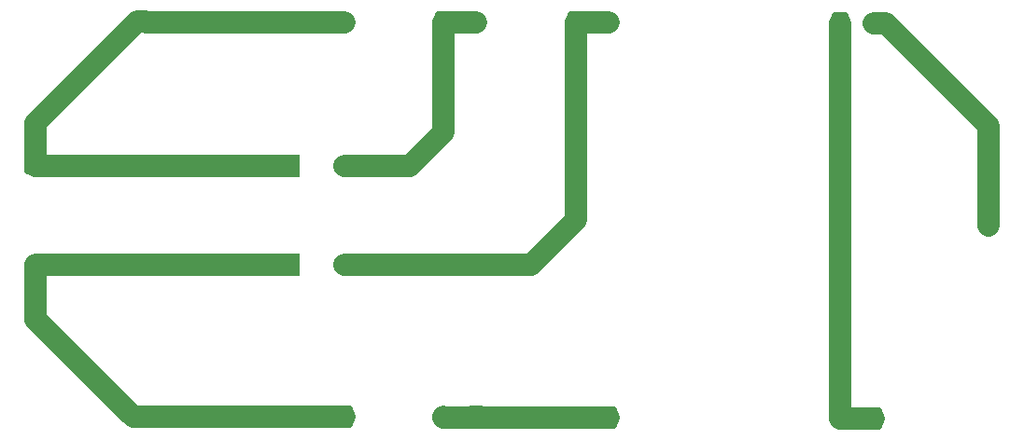
<source format=gbr>
%TF.GenerationSoftware,KiCad,Pcbnew,9.0.2*%
%TF.CreationDate,2025-06-13T16:07:32+08:00*%
%TF.ProjectId,DSCHG_TSMP,44534348-475f-4545-934d-502e6b696361,rev?*%
%TF.SameCoordinates,Original*%
%TF.FileFunction,Copper,L2,Bot*%
%TF.FilePolarity,Positive*%
%FSLAX46Y46*%
G04 Gerber Fmt 4.6, Leading zero omitted, Abs format (unit mm)*
G04 Created by KiCad (PCBNEW 9.0.2) date 2025-06-13 16:07:32*
%MOMM*%
%LPD*%
G01*
G04 APERTURE LIST*
G04 Aperture macros list*
%AMRoundRect*
0 Rectangle with rounded corners*
0 $1 Rounding radius*
0 $2 $3 $4 $5 $6 $7 $8 $9 X,Y pos of 4 corners*
0 Add a 4 corners polygon primitive as box body*
4,1,4,$2,$3,$4,$5,$6,$7,$8,$9,$2,$3,0*
0 Add four circle primitives for the rounded corners*
1,1,$1+$1,$2,$3*
1,1,$1+$1,$4,$5*
1,1,$1+$1,$6,$7*
1,1,$1+$1,$8,$9*
0 Add four rect primitives between the rounded corners*
20,1,$1+$1,$2,$3,$4,$5,0*
20,1,$1+$1,$4,$5,$6,$7,0*
20,1,$1+$1,$6,$7,$8,$9,0*
20,1,$1+$1,$8,$9,$2,$3,0*%
G04 Aperture macros list end*
%TA.AperFunction,ComponentPad*%
%ADD10R,2.000000X2.000000*%
%TD*%
%TA.AperFunction,ComponentPad*%
%ADD11C,2.000000*%
%TD*%
%TA.AperFunction,ComponentPad*%
%ADD12RoundRect,0.250001X0.499999X0.759999X-0.499999X0.759999X-0.499999X-0.759999X0.499999X-0.759999X0*%
%TD*%
%TA.AperFunction,ComponentPad*%
%ADD13O,1.500000X2.020000*%
%TD*%
%TA.AperFunction,ComponentPad*%
%ADD14RoundRect,0.250001X-0.759999X0.499999X-0.759999X-0.499999X0.759999X-0.499999X0.759999X0.499999X0*%
%TD*%
%TA.AperFunction,ComponentPad*%
%ADD15O,2.020000X1.500000*%
%TD*%
%TA.AperFunction,ComponentPad*%
%ADD16RoundRect,0.250001X-0.499999X-0.759999X0.499999X-0.759999X0.499999X0.759999X-0.499999X0.759999X0*%
%TD*%
%TA.AperFunction,ComponentPad*%
%ADD17RoundRect,0.250001X0.759999X-0.499999X0.759999X0.499999X-0.759999X0.499999X-0.759999X-0.499999X0*%
%TD*%
%TA.AperFunction,Conductor*%
%ADD18C,2.000000*%
%TD*%
G04 APERTURE END LIST*
D10*
%TO.P,R1,1*%
%TO.N,Net-(J13-Pin_1)*%
X180960000Y-90050000D03*
D11*
%TO.P,R1,2*%
%TO.N,Net-(J1-Pin_1)*%
X186040000Y-90050000D03*
%TD*%
D12*
%TO.P,J14,1,Pin_1*%
%TO.N,Net-(J10-Pin_1)*%
X174000000Y-112880000D03*
D13*
%TO.P,J14,2,Pin_2*%
X171000000Y-112880000D03*
%TD*%
D14*
%TO.P,J12,1,Pin_1*%
%TO.N,Net-(J12-Pin_1)*%
X244415000Y-92500000D03*
D15*
%TO.P,J12,2,Pin_2*%
X244415000Y-95500000D03*
%TD*%
D16*
%TO.P,J3,1,Pin_1*%
%TO.N,Net-(J3-Pin_1)*%
X207000000Y-77040000D03*
D13*
%TO.P,J3,2,Pin_2*%
X210000000Y-77040000D03*
%TD*%
D12*
%TO.P,J8,1,Pin_1*%
%TO.N,Net-(J8-Pin_1)*%
X234000000Y-113000000D03*
D13*
%TO.P,J8,2,Pin_2*%
X231000000Y-113000000D03*
%TD*%
D17*
%TO.P,J7,1,Pin_1*%
%TO.N,Net-(J10-Pin_1)*%
X158000000Y-102040000D03*
D15*
%TO.P,J7,2,Pin_2*%
X158000000Y-99040000D03*
%TD*%
D17*
%TO.P,J6,1,Pin_1*%
%TO.N,Net-(J13-Pin_1)*%
X158000000Y-90040000D03*
D15*
%TO.P,J6,2,Pin_2*%
X158000000Y-87040000D03*
%TD*%
D16*
%TO.P,J1,1,Pin_1*%
%TO.N,Net-(J1-Pin_1)*%
X195000000Y-77000000D03*
D13*
%TO.P,J1,2,Pin_2*%
X198000000Y-77000000D03*
%TD*%
D16*
%TO.P,J13,1,Pin_1*%
%TO.N,Net-(J13-Pin_1)*%
X171000000Y-77000000D03*
D13*
%TO.P,J13,2,Pin_2*%
X174000000Y-77000000D03*
%TD*%
D12*
%TO.P,J11,1,Pin_1*%
%TO.N,Net-(J11-Pin_1)*%
X198000000Y-112880000D03*
D13*
%TO.P,J11,2,Pin_2*%
X195000000Y-112880000D03*
%TD*%
D12*
%TO.P,J10,1,Pin_1*%
%TO.N,Net-(J10-Pin_1)*%
X186000000Y-112880000D03*
D13*
%TO.P,J10,2,Pin_2*%
X183000000Y-112880000D03*
%TD*%
D16*
%TO.P,J2,1,Pin_1*%
%TO.N,Net-(J13-Pin_1)*%
X183000000Y-77000000D03*
D13*
%TO.P,J2,2,Pin_2*%
X186000000Y-77000000D03*
%TD*%
D16*
%TO.P,J9,1,Pin_1*%
%TO.N,Net-(J8-Pin_1)*%
X231000000Y-77085000D03*
D13*
%TO.P,J9,2,Pin_2*%
%TO.N,Net-(J12-Pin_1)*%
X234000000Y-77085000D03*
%TD*%
D12*
%TO.P,J5,1,Pin_1*%
%TO.N,Net-(J11-Pin_1)*%
X210000000Y-112890000D03*
D13*
%TO.P,J5,2,Pin_2*%
X207000000Y-112890000D03*
%TD*%
D10*
%TO.P,R2,1*%
%TO.N,Net-(J10-Pin_1)*%
X180920000Y-99040000D03*
D11*
%TO.P,R2,2*%
%TO.N,Net-(J3-Pin_1)*%
X186000000Y-99040000D03*
%TD*%
D18*
%TO.N,Net-(J10-Pin_1)*%
X166880000Y-112880000D02*
X158000000Y-104000000D01*
X180920000Y-99040000D02*
X158000000Y-99040000D01*
X158000000Y-104000000D02*
X158000000Y-99040000D01*
X186000000Y-112880000D02*
X166880000Y-112880000D01*
%TO.N,Net-(J1-Pin_1)*%
X195000000Y-87000000D02*
X191950000Y-90050000D01*
X198000000Y-77000000D02*
X195000000Y-77000000D01*
X191950000Y-90050000D02*
X186040000Y-90050000D01*
X195000000Y-77000000D02*
X195000000Y-87000000D01*
%TO.N,Net-(J13-Pin_1)*%
X186000000Y-77000000D02*
X171000000Y-77000000D01*
X158000000Y-90040000D02*
X158000000Y-86144793D01*
X167218793Y-76926000D02*
X168000000Y-76926000D01*
X180960000Y-90050000D02*
X158010000Y-90050000D01*
X174000000Y-77000000D02*
X171000000Y-77000000D01*
X158000000Y-86144793D02*
X167218793Y-76926000D01*
X168000000Y-76926000D02*
X168074000Y-77000000D01*
X168074000Y-77000000D02*
X171000000Y-77000000D01*
X158010000Y-90050000D02*
X158000000Y-90040000D01*
%TO.N,Net-(J11-Pin_1)*%
X210000000Y-112890000D02*
X195010000Y-112890000D01*
X195010000Y-112890000D02*
X195000000Y-112880000D01*
%TO.N,Net-(J3-Pin_1)*%
X207000000Y-77040000D02*
X207000000Y-95000000D01*
X207000000Y-95000000D02*
X202960000Y-99040000D01*
X202960000Y-99040000D02*
X186000000Y-99040000D01*
X210000000Y-77040000D02*
X207000000Y-77040000D01*
%TO.N,Net-(J8-Pin_1)*%
X231000000Y-113000000D02*
X231000000Y-77085000D01*
X234000000Y-113000000D02*
X231000000Y-113000000D01*
%TO.N,Net-(J12-Pin_1)*%
X244415000Y-86415000D02*
X235085000Y-77085000D01*
X244415000Y-95500000D02*
X244415000Y-92500000D01*
X235085000Y-77085000D02*
X234000000Y-77085000D01*
X244415000Y-92500000D02*
X244415000Y-86415000D01*
%TD*%
M02*

</source>
